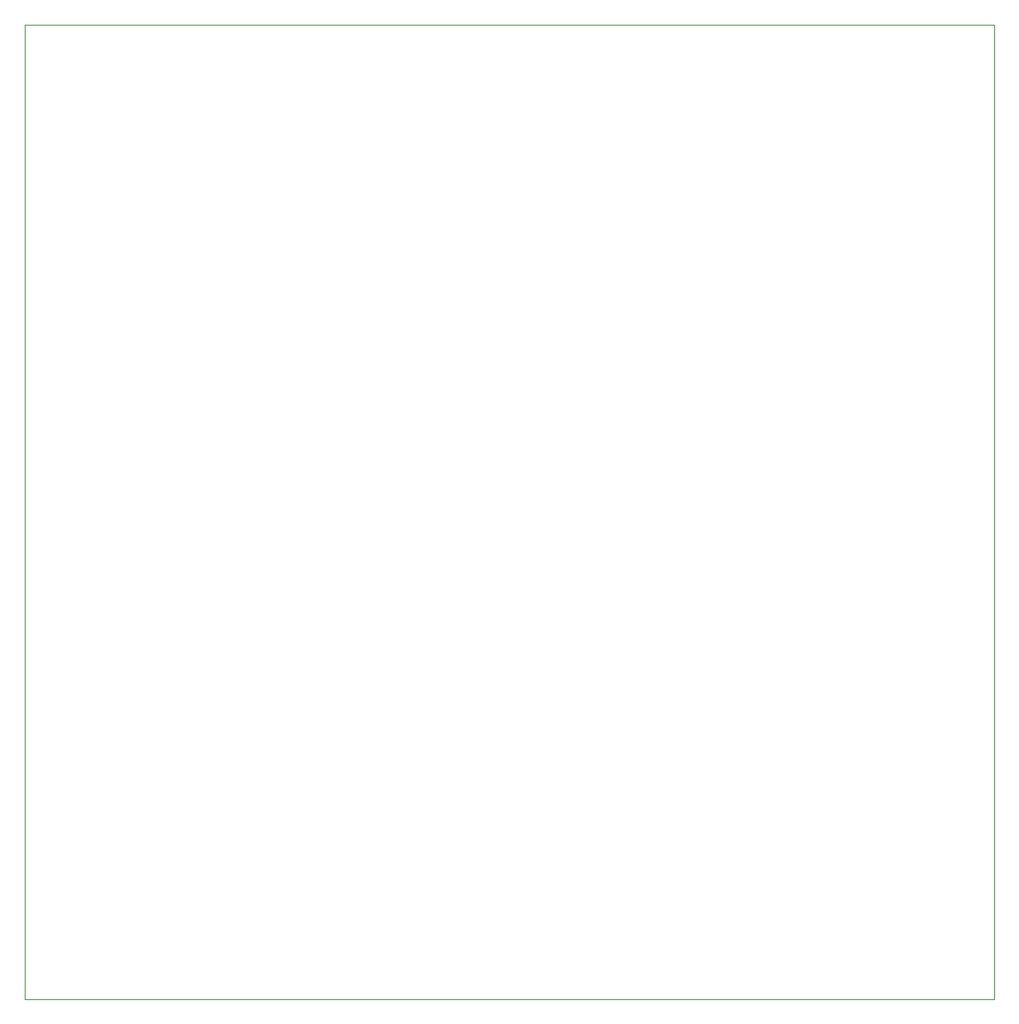
<source format=gko>
G04 #@! TF.FileFunction,Profile,NP*
%FSLAX46Y46*%
G04 Gerber Fmt 4.6, Leading zero omitted, Abs format (unit mm)*
G04 Created by KiCad (PCBNEW 4.0.2+e4-6225~38~ubuntu14.04.1-stable) date Do 30 Jun 2016 13:04:46 CEST*
%MOMM*%
G01*
G04 APERTURE LIST*
%ADD10C,0.150000*%
%ADD11C,0.100000*%
G04 APERTURE END LIST*
D10*
D11*
X0Y-99999720D02*
X0Y280D01*
X99500000Y-99999720D02*
X0Y-99999720D01*
X99500000Y280D02*
X99500000Y-99999720D01*
X0Y280D02*
X750000Y280D01*
X250000Y280D02*
X99500000Y280D01*
M02*

</source>
